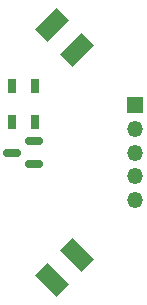
<source format=gbr>
%TF.GenerationSoftware,KiCad,Pcbnew,(6.0.7)*%
%TF.CreationDate,2022-08-13T19:12:00+02:00*%
%TF.ProjectId,Helios_PCB,48656c69-6f73-45f5-9043-422e6b696361,rev?*%
%TF.SameCoordinates,Original*%
%TF.FileFunction,Soldermask,Bot*%
%TF.FilePolarity,Negative*%
%FSLAX46Y46*%
G04 Gerber Fmt 4.6, Leading zero omitted, Abs format (unit mm)*
G04 Created by KiCad (PCBNEW (6.0.7)) date 2022-08-13 19:12:00*
%MOMM*%
%LPD*%
G01*
G04 APERTURE LIST*
G04 Aperture macros list*
%AMRoundRect*
0 Rectangle with rounded corners*
0 $1 Rounding radius*
0 $2 $3 $4 $5 $6 $7 $8 $9 X,Y pos of 4 corners*
0 Add a 4 corners polygon primitive as box body*
4,1,4,$2,$3,$4,$5,$6,$7,$8,$9,$2,$3,0*
0 Add four circle primitives for the rounded corners*
1,1,$1+$1,$2,$3*
1,1,$1+$1,$4,$5*
1,1,$1+$1,$6,$7*
1,1,$1+$1,$8,$9*
0 Add four rect primitives between the rounded corners*
20,1,$1+$1,$2,$3,$4,$5,0*
20,1,$1+$1,$4,$5,$6,$7,0*
20,1,$1+$1,$6,$7,$8,$9,0*
20,1,$1+$1,$8,$9,$2,$3,0*%
%AMRotRect*
0 Rectangle, with rotation*
0 The origin of the aperture is its center*
0 $1 length*
0 $2 width*
0 $3 Rotation angle, in degrees counterclockwise*
0 Add horizontal line*
21,1,$1,$2,0,0,$3*%
G04 Aperture macros list end*
%ADD10R,1.350000X1.350000*%
%ADD11O,1.350000X1.350000*%
%ADD12RotRect,1.500000X2.600000X225.000000*%
%ADD13RoundRect,0.150000X0.587500X0.150000X-0.587500X0.150000X-0.587500X-0.150000X0.587500X-0.150000X0*%
%ADD14R,0.700000X1.300000*%
%ADD15RotRect,1.500000X2.600000X315.000000*%
G04 APERTURE END LIST*
D10*
%TO.C,J0*%
X153837500Y-95500000D03*
D11*
X153837500Y-97500000D03*
X153837500Y-99500000D03*
X153837500Y-101500000D03*
X153837500Y-103500000D03*
%TD*%
D12*
%TO.C,D1*%
X148873160Y-108164340D03*
X146751840Y-110285660D03*
%TD*%
D13*
%TO.C,Q0*%
X145275000Y-98550000D03*
X145275000Y-100450000D03*
X143400000Y-99500000D03*
%TD*%
D14*
%TO.C,R2*%
X143387500Y-93900000D03*
X145287500Y-93900000D03*
%TD*%
D15*
%TO.C,D0*%
X146751840Y-88714340D03*
X148873160Y-90835660D03*
%TD*%
D14*
%TO.C,R3*%
X145287500Y-96900000D03*
X143387500Y-96900000D03*
%TD*%
M02*

</source>
